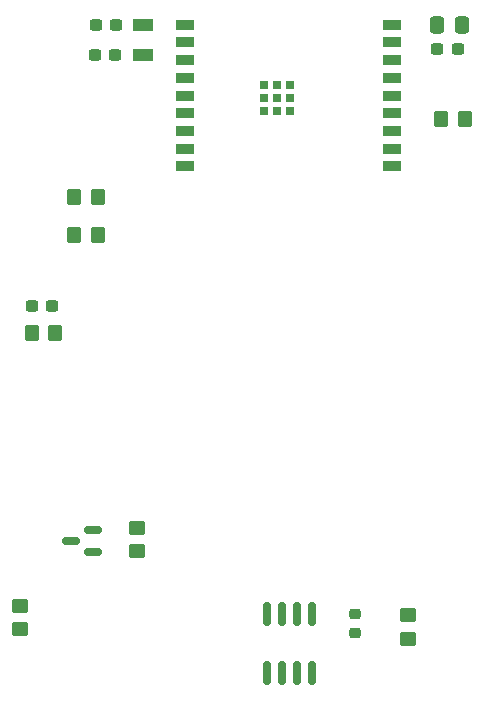
<source format=gbr>
%TF.GenerationSoftware,KiCad,Pcbnew,7.0.5*%
%TF.CreationDate,2023-08-24T21:12:11+09:00*%
%TF.ProjectId,templogger,74656d70-6c6f-4676-9765-722e6b696361,rev?*%
%TF.SameCoordinates,Original*%
%TF.FileFunction,Paste,Bot*%
%TF.FilePolarity,Positive*%
%FSLAX46Y46*%
G04 Gerber Fmt 4.6, Leading zero omitted, Abs format (unit mm)*
G04 Created by KiCad (PCBNEW 7.0.5) date 2023-08-24 21:12:11*
%MOMM*%
%LPD*%
G01*
G04 APERTURE LIST*
G04 Aperture macros list*
%AMRoundRect*
0 Rectangle with rounded corners*
0 $1 Rounding radius*
0 $2 $3 $4 $5 $6 $7 $8 $9 X,Y pos of 4 corners*
0 Add a 4 corners polygon primitive as box body*
4,1,4,$2,$3,$4,$5,$6,$7,$8,$9,$2,$3,0*
0 Add four circle primitives for the rounded corners*
1,1,$1+$1,$2,$3*
1,1,$1+$1,$4,$5*
1,1,$1+$1,$6,$7*
1,1,$1+$1,$8,$9*
0 Add four rect primitives between the rounded corners*
20,1,$1+$1,$2,$3,$4,$5,0*
20,1,$1+$1,$4,$5,$6,$7,0*
20,1,$1+$1,$6,$7,$8,$9,0*
20,1,$1+$1,$8,$9,$2,$3,0*%
G04 Aperture macros list end*
%ADD10RoundRect,0.250000X0.450000X-0.350000X0.450000X0.350000X-0.450000X0.350000X-0.450000X-0.350000X0*%
%ADD11RoundRect,0.250000X0.350000X0.450000X-0.350000X0.450000X-0.350000X-0.450000X0.350000X-0.450000X0*%
%ADD12RoundRect,0.237500X0.300000X0.237500X-0.300000X0.237500X-0.300000X-0.237500X0.300000X-0.237500X0*%
%ADD13RoundRect,0.150000X-0.150000X0.825000X-0.150000X-0.825000X0.150000X-0.825000X0.150000X0.825000X0*%
%ADD14R,1.800000X1.000000*%
%ADD15RoundRect,0.250000X-0.350000X-0.450000X0.350000X-0.450000X0.350000X0.450000X-0.350000X0.450000X0*%
%ADD16RoundRect,0.150000X0.587500X0.150000X-0.587500X0.150000X-0.587500X-0.150000X0.587500X-0.150000X0*%
%ADD17RoundRect,0.225000X-0.250000X0.225000X-0.250000X-0.225000X0.250000X-0.225000X0.250000X0.225000X0*%
%ADD18RoundRect,0.250000X-0.337500X-0.475000X0.337500X-0.475000X0.337500X0.475000X-0.337500X0.475000X0*%
%ADD19RoundRect,0.250000X-0.450000X0.350000X-0.450000X-0.350000X0.450000X-0.350000X0.450000X0.350000X0*%
%ADD20RoundRect,0.237500X-0.300000X-0.237500X0.300000X-0.237500X0.300000X0.237500X-0.300000X0.237500X0*%
%ADD21R,1.498600X0.889000*%
%ADD22R,0.711200X0.711200*%
G04 APERTURE END LIST*
D10*
%TO.C,R102*%
X122100000Y-108700000D03*
X122100000Y-106700000D03*
%TD*%
D11*
%TO.C,R118*%
X92200000Y-82800000D03*
X90200000Y-82800000D03*
%TD*%
%TO.C,R105*%
X126900000Y-64700000D03*
X124900000Y-64700000D03*
%TD*%
D12*
%TO.C,C109*%
X97262500Y-59300000D03*
X95537500Y-59300000D03*
%TD*%
D13*
%TO.C,U103*%
X110095000Y-106625000D03*
X111365000Y-106625000D03*
X112635000Y-106625000D03*
X113905000Y-106625000D03*
X113905000Y-111575000D03*
X112635000Y-111575000D03*
X111365000Y-111575000D03*
X110095000Y-111575000D03*
%TD*%
D14*
%TO.C,Y102*%
X99600000Y-59250000D03*
X99600000Y-56750000D03*
%TD*%
D15*
%TO.C,R114*%
X93800000Y-74500000D03*
X95800000Y-74500000D03*
%TD*%
D12*
%TO.C,C110*%
X97362500Y-56700000D03*
X95637500Y-56700000D03*
%TD*%
D10*
%TO.C,R101*%
X89200000Y-107900000D03*
X89200000Y-105900000D03*
%TD*%
D11*
%TO.C,R113*%
X95800000Y-71300000D03*
X93800000Y-71300000D03*
%TD*%
D16*
%TO.C,Q101*%
X95437500Y-99450000D03*
X95437500Y-101350000D03*
X93562500Y-100400000D03*
%TD*%
D17*
%TO.C,C105*%
X117600000Y-106625000D03*
X117600000Y-108175000D03*
%TD*%
D18*
%TO.C,C107*%
X124562500Y-56700000D03*
X126637500Y-56700000D03*
%TD*%
D19*
%TO.C,R111*%
X99100000Y-99300000D03*
X99100000Y-101300000D03*
%TD*%
D20*
%TO.C,C106*%
X124537500Y-58800000D03*
X126262500Y-58800000D03*
%TD*%
D21*
%TO.C,U102*%
X120700000Y-56699998D03*
X120700000Y-58199998D03*
X120700000Y-59700000D03*
X120700000Y-61199999D03*
X120700000Y-62699999D03*
X120700000Y-64199998D03*
X120700000Y-65699998D03*
X120700000Y-67200000D03*
X120700000Y-68700000D03*
X103200000Y-68700000D03*
X103200000Y-67200000D03*
X103200000Y-65699998D03*
X103200000Y-64199998D03*
X103200000Y-62699999D03*
X103200000Y-61199999D03*
X103200000Y-59700000D03*
X103200000Y-58199998D03*
X103200000Y-56699998D03*
D22*
X112094198Y-61799975D03*
X110994198Y-61799975D03*
X109894198Y-61799975D03*
X112094300Y-62899973D03*
X110994300Y-62899973D03*
X109894299Y-62899973D03*
X112094198Y-63999971D03*
X110994198Y-63999971D03*
X109894198Y-63999971D03*
%TD*%
D12*
%TO.C,C111*%
X91962500Y-80500000D03*
X90237500Y-80500000D03*
%TD*%
M02*

</source>
